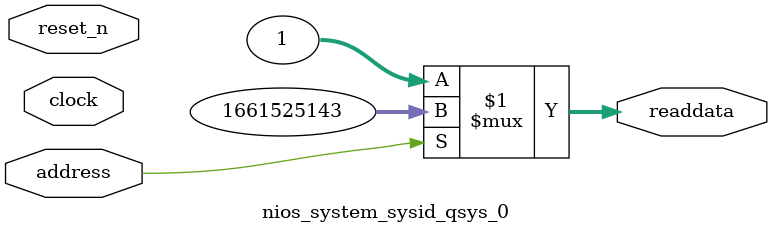
<source format=v>



// synthesis translate_off
`timescale 1ns / 1ps
// synthesis translate_on

// turn off superfluous verilog processor warnings 
// altera message_level Level1 
// altera message_off 10034 10035 10036 10037 10230 10240 10030 

module nios_system_sysid_qsys_0 (
               // inputs:
                address,
                clock,
                reset_n,

               // outputs:
                readdata
             )
;

  output  [ 31: 0] readdata;
  input            address;
  input            clock;
  input            reset_n;

  wire    [ 31: 0] readdata;
  //control_slave, which is an e_avalon_slave
  assign readdata = address ? 1661525143 : 1;

endmodule



</source>
